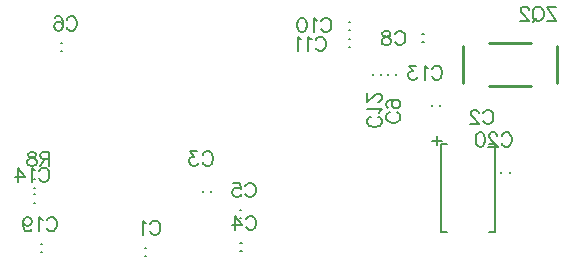
<source format=gbo>
G04*
G04 #@! TF.GenerationSoftware,Altium Limited,Altium Designer,21.0.8 (223)*
G04*
G04 Layer_Color=16777215*
%FSLAX44Y44*%
%MOMM*%
G71*
G04*
G04 #@! TF.SameCoordinates,2EEA6137-B325-4497-8457-BD4E04CF0BC7*
G04*
G04*
G04 #@! TF.FilePolarity,Positive*
G04*
G01*
G75*
%ADD44C,0.2540*%
%ADD65C,0.1500*%
%ADD66C,0.2000*%
D44*
X468500Y339000D02*
X468500Y307500D01*
X388750Y307500D02*
X388750Y339000D01*
X410953Y341500D02*
X446500Y341500D01*
X410953Y305000D02*
X446500Y305000D01*
D65*
X25500Y213500D02*
X26500D01*
X25500Y206500D02*
X26500D01*
X25500Y219250D02*
X26500D01*
X25500Y226750D02*
X26500D01*
X200500Y165500D02*
X201500Y165500D01*
X200500Y172500D02*
X201500Y172500D01*
X200047Y193500D02*
X201047Y193500D01*
X200047Y200500D02*
X201047Y200500D01*
X370000Y182000D02*
Y256000D01*
Y182000D02*
X375000D01*
X416000D02*
Y256000D01*
X411000Y182000D02*
X416000D01*
X370000Y256000D02*
X375000D01*
X411000D02*
X416000D01*
X363000Y259000D02*
X371000D01*
X367000Y255000D02*
Y263000D01*
X292500Y338500D02*
X293500D01*
X292500Y345500D02*
X293500D01*
X292500Y352500D02*
X293500D01*
X292500Y359500D02*
X293500D01*
X332500Y314750D02*
Y315750D01*
X325500Y314750D02*
Y315750D01*
X312500Y314250D02*
Y315250D01*
X319500Y314250D02*
Y315250D01*
X354500Y349500D02*
X355500D01*
X354500Y342500D02*
X355500D01*
X31500Y164500D02*
X32500D01*
X31500Y171500D02*
X32500D01*
X48500Y341500D02*
X49500D01*
X48500Y334500D02*
X49500D01*
X168500Y215500D02*
X168500Y216500D01*
X175500Y215500D02*
Y216500D01*
X428500Y231500D02*
Y232500D01*
X421500Y231500D02*
Y232500D01*
X119500Y168500D02*
X120500Y168500D01*
X119500Y161500D02*
X120500Y161500D01*
X362500Y288250D02*
Y289250D01*
X369500Y288250D02*
Y289250D01*
D66*
X459770Y372363D02*
X467768Y360366D01*
Y372363D02*
X459770D01*
X467768Y360366D02*
X459770D01*
X453657Y372363D02*
X454799Y371792D01*
X455942Y370649D01*
X456513Y369507D01*
X457085Y367793D01*
Y364936D01*
X456513Y363223D01*
X455942Y362080D01*
X454799Y360937D01*
X453657Y360366D01*
X451371D01*
X450229Y360937D01*
X449086Y362080D01*
X448515Y363223D01*
X447944Y364936D01*
Y367793D01*
X448515Y369507D01*
X449086Y370649D01*
X450229Y371792D01*
X451371Y372363D01*
X453657D01*
X451943Y362651D02*
X448515Y359223D01*
X444573Y369507D02*
Y370078D01*
X444002Y371221D01*
X443430Y371792D01*
X442288Y372363D01*
X440003D01*
X438860Y371792D01*
X438289Y371221D01*
X437717Y370078D01*
Y368936D01*
X438289Y367793D01*
X439431Y366079D01*
X445144Y360366D01*
X437146D01*
X36288Y191453D02*
X36860Y192596D01*
X38002Y193738D01*
X39145Y194309D01*
X41430D01*
X42573Y193738D01*
X43715Y192596D01*
X44287Y191453D01*
X44858Y189739D01*
Y186882D01*
X44287Y185168D01*
X43715Y184026D01*
X42573Y182883D01*
X41430Y182312D01*
X39145D01*
X38002Y182883D01*
X36860Y184026D01*
X36288Y185168D01*
X32918Y192024D02*
X31775Y192596D01*
X30061Y194309D01*
Y182312D01*
X16693Y190310D02*
X17264Y188596D01*
X18406Y187454D01*
X20120Y186882D01*
X20692D01*
X22406Y187454D01*
X23548Y188596D01*
X24120Y190310D01*
Y190882D01*
X23548Y192596D01*
X22406Y193738D01*
X20692Y194309D01*
X20120D01*
X18406Y193738D01*
X17264Y192596D01*
X16693Y190310D01*
Y187454D01*
X17264Y184597D01*
X18406Y182883D01*
X20120Y182312D01*
X21263D01*
X22977Y182883D01*
X23548Y184026D01*
X421606Y263081D02*
X422178Y264223D01*
X423320Y265366D01*
X424463Y265937D01*
X426748D01*
X427891Y265366D01*
X429033Y264223D01*
X429605Y263081D01*
X430176Y261367D01*
Y258510D01*
X429605Y256796D01*
X429033Y255654D01*
X427891Y254511D01*
X426748Y253940D01*
X424463D01*
X423320Y254511D01*
X422178Y255654D01*
X421606Y256796D01*
X417664Y263081D02*
Y263652D01*
X417093Y264795D01*
X416522Y265366D01*
X415379Y265937D01*
X413094D01*
X411951Y265366D01*
X411380Y264795D01*
X410809Y263652D01*
Y262510D01*
X411380Y261367D01*
X412523Y259653D01*
X418236Y253940D01*
X410237D01*
X404124Y265937D02*
X405838Y265366D01*
X406981Y263652D01*
X407552Y260796D01*
Y259082D01*
X406981Y256225D01*
X405838Y254511D01*
X404124Y253940D01*
X402982D01*
X401268Y254511D01*
X400125Y256225D01*
X399554Y259082D01*
Y260796D01*
X400125Y263652D01*
X401268Y265366D01*
X402982Y265937D01*
X404124D01*
X38762Y249427D02*
Y237430D01*
Y249427D02*
X33620D01*
X31906Y248856D01*
X31335Y248285D01*
X30764Y247142D01*
Y246000D01*
X31335Y244857D01*
X31906Y244286D01*
X33620Y243714D01*
X38762D01*
X34763D02*
X30764Y237430D01*
X25222Y249427D02*
X26936Y248856D01*
X27507Y247714D01*
Y246571D01*
X26936Y245428D01*
X25793Y244857D01*
X23508Y244286D01*
X21794Y243714D01*
X20652Y242572D01*
X20080Y241429D01*
Y239715D01*
X20652Y238573D01*
X21223Y238001D01*
X22937Y237430D01*
X25222D01*
X26936Y238001D01*
X27507Y238573D01*
X28079Y239715D01*
Y241429D01*
X27507Y242572D01*
X26365Y243714D01*
X24651Y244286D01*
X22366Y244857D01*
X21223Y245428D01*
X20652Y246571D01*
Y247714D01*
X21223Y248856D01*
X22937Y249427D01*
X25222D01*
X30192Y233363D02*
X30764Y234506D01*
X31906Y235648D01*
X33049Y236219D01*
X35334D01*
X36477Y235648D01*
X37619Y234506D01*
X38191Y233363D01*
X38762Y231649D01*
Y228792D01*
X38191Y227078D01*
X37619Y225936D01*
X36477Y224793D01*
X35334Y224222D01*
X33049D01*
X31906Y224793D01*
X30764Y225936D01*
X30192Y227078D01*
X26822Y233934D02*
X25679Y234506D01*
X23965Y236219D01*
Y224222D01*
X12311Y236219D02*
X18024Y228221D01*
X9454D01*
X12311Y236219D02*
Y224222D01*
X317142Y279201D02*
X318285Y278630D01*
X319427Y277487D01*
X319999Y276345D01*
Y274059D01*
X319427Y272917D01*
X318285Y271774D01*
X317142Y271203D01*
X315428Y270632D01*
X312572D01*
X310858Y271203D01*
X309715Y271774D01*
X308573Y272917D01*
X308001Y274059D01*
Y276345D01*
X308573Y277487D01*
X309715Y278630D01*
X310858Y279201D01*
X317714Y282572D02*
X318285Y283715D01*
X319999Y285429D01*
X308001D01*
X317142Y291941D02*
X317714D01*
X318856Y292513D01*
X319427Y293084D01*
X319999Y294227D01*
Y296512D01*
X319427Y297654D01*
X318856Y298226D01*
X317714Y298797D01*
X316571D01*
X315428Y298226D01*
X313714Y297083D01*
X308001Y291370D01*
Y299368D01*
X362678Y319723D02*
X363250Y320866D01*
X364392Y322008D01*
X365535Y322579D01*
X367820D01*
X368963Y322008D01*
X370105Y320866D01*
X370677Y319723D01*
X371248Y318009D01*
Y315152D01*
X370677Y313438D01*
X370105Y312296D01*
X368963Y311153D01*
X367820Y310582D01*
X365535D01*
X364392Y311153D01*
X363250Y312296D01*
X362678Y313438D01*
X359308Y320294D02*
X358165Y320866D01*
X356451Y322579D01*
Y310582D01*
X349367Y322579D02*
X343083D01*
X346510Y318009D01*
X344796D01*
X343654Y317438D01*
X343083Y316866D01*
X342511Y315152D01*
Y314010D01*
X343083Y312296D01*
X344225Y311153D01*
X345939Y310582D01*
X347653D01*
X349367Y311153D01*
X349938Y311725D01*
X350510Y312867D01*
X264228Y344142D02*
X264799Y345285D01*
X265942Y346427D01*
X267084Y346999D01*
X269370D01*
X270512Y346427D01*
X271655Y345285D01*
X272226Y344142D01*
X272798Y342428D01*
Y339572D01*
X272226Y337858D01*
X271655Y336715D01*
X270512Y335573D01*
X269370Y335001D01*
X267084D01*
X265942Y335573D01*
X264799Y336715D01*
X264228Y337858D01*
X260857Y344714D02*
X259715Y345285D01*
X258001Y346999D01*
Y335001D01*
X252059Y344714D02*
X250916Y345285D01*
X249202Y346999D01*
Y335001D01*
X268799Y360142D02*
X269370Y361285D01*
X270513Y362427D01*
X271655Y362999D01*
X273941D01*
X275083Y362427D01*
X276226Y361285D01*
X276797Y360142D01*
X277368Y358428D01*
Y355572D01*
X276797Y353858D01*
X276226Y352715D01*
X275083Y351573D01*
X273941Y351001D01*
X271655D01*
X270513Y351573D01*
X269370Y352715D01*
X268799Y353858D01*
X265428Y360714D02*
X264285Y361285D01*
X262572Y362999D01*
Y351001D01*
X253202Y362999D02*
X254916Y362427D01*
X256059Y360714D01*
X256630Y357857D01*
Y356143D01*
X256059Y353287D01*
X254916Y351573D01*
X253202Y351001D01*
X252059D01*
X250345Y351573D01*
X249203Y353287D01*
X248632Y356143D01*
Y357857D01*
X249203Y360714D01*
X250345Y362427D01*
X252059Y362999D01*
X253202D01*
X333142Y282886D02*
X334285Y282315D01*
X335427Y281172D01*
X335999Y280029D01*
Y277744D01*
X335427Y276602D01*
X334285Y275459D01*
X333142Y274888D01*
X331428Y274316D01*
X328572D01*
X326858Y274888D01*
X325715Y275459D01*
X324573Y276602D01*
X324001Y277744D01*
Y280029D01*
X324573Y281172D01*
X325715Y282315D01*
X326858Y282886D01*
X332000Y293684D02*
X330286Y293112D01*
X329143Y291970D01*
X328572Y290256D01*
Y289685D01*
X329143Y287971D01*
X330286Y286828D01*
X332000Y286257D01*
X332571D01*
X334285Y286828D01*
X335427Y287971D01*
X335999Y289685D01*
Y290256D01*
X335427Y291970D01*
X334285Y293112D01*
X332000Y293684D01*
X329143D01*
X326287Y293112D01*
X324573Y291970D01*
X324001Y290256D01*
Y289113D01*
X324573Y287399D01*
X325715Y286828D01*
X331400Y349142D02*
X331971Y350285D01*
X333114Y351427D01*
X334256Y351999D01*
X336541D01*
X337684Y351427D01*
X338827Y350285D01*
X339398Y349142D01*
X339969Y347428D01*
Y344572D01*
X339398Y342858D01*
X338827Y341715D01*
X337684Y340573D01*
X336541Y340001D01*
X334256D01*
X333114Y340573D01*
X331971Y341715D01*
X331400Y342858D01*
X325173Y351999D02*
X326886Y351427D01*
X327458Y350285D01*
Y349142D01*
X326886Y348000D01*
X325744Y347428D01*
X323459Y346857D01*
X321745Y346286D01*
X320602Y345143D01*
X320031Y344000D01*
Y342286D01*
X320602Y341144D01*
X321173Y340573D01*
X322887Y340001D01*
X325173D01*
X326886Y340573D01*
X327458Y341144D01*
X328029Y342286D01*
Y344000D01*
X327458Y345143D01*
X326315Y346286D01*
X324601Y346857D01*
X322316Y347428D01*
X321173Y348000D01*
X320602Y349142D01*
Y350285D01*
X321173Y351427D01*
X322887Y351999D01*
X325173D01*
X53306Y361379D02*
X53878Y362522D01*
X55020Y363664D01*
X56163Y364235D01*
X58448D01*
X59591Y363664D01*
X60733Y362522D01*
X61305Y361379D01*
X61876Y359665D01*
Y356809D01*
X61305Y355094D01*
X60733Y353952D01*
X59591Y352809D01*
X58448Y352238D01*
X56163D01*
X55020Y352809D01*
X53878Y353952D01*
X53306Y355094D01*
X43080Y362522D02*
X43651Y363664D01*
X45365Y364235D01*
X46508D01*
X48222Y363664D01*
X49364Y361950D01*
X49936Y359094D01*
Y356237D01*
X49364Y353952D01*
X48222Y352809D01*
X46508Y352238D01*
X45936D01*
X44223Y352809D01*
X43080Y353952D01*
X42509Y355666D01*
Y356237D01*
X43080Y357951D01*
X44223Y359094D01*
X45936Y359665D01*
X46508D01*
X48222Y359094D01*
X49364Y357951D01*
X49936Y356237D01*
X204690Y220409D02*
X205262Y221551D01*
X206404Y222694D01*
X207547Y223265D01*
X209832D01*
X210975Y222694D01*
X212117Y221551D01*
X212689Y220409D01*
X213260Y218695D01*
Y215839D01*
X212689Y214125D01*
X212117Y212982D01*
X210975Y211839D01*
X209832Y211268D01*
X207547D01*
X206404Y211839D01*
X205262Y212982D01*
X204690Y214125D01*
X194464Y223265D02*
X200177D01*
X200748Y218124D01*
X200177Y218695D01*
X198463Y219266D01*
X196749D01*
X195035Y218695D01*
X193893Y217552D01*
X193321Y215839D01*
Y214696D01*
X193893Y212982D01*
X195035Y211839D01*
X196749Y211268D01*
X198463D01*
X200177Y211839D01*
X200748Y212411D01*
X201320Y213553D01*
X205198Y192469D02*
X205770Y193612D01*
X206912Y194754D01*
X208055Y195325D01*
X210340D01*
X211483Y194754D01*
X212625Y193612D01*
X213197Y192469D01*
X213768Y190755D01*
Y187899D01*
X213197Y186185D01*
X212625Y185042D01*
X211483Y183899D01*
X210340Y183328D01*
X208055D01*
X206912Y183899D01*
X205770Y185042D01*
X205198Y186185D01*
X196115Y195325D02*
X201828Y187327D01*
X193258D01*
X196115Y195325D02*
Y183328D01*
X168622Y247079D02*
X169194Y248221D01*
X170336Y249364D01*
X171479Y249935D01*
X173764D01*
X174907Y249364D01*
X176049Y248221D01*
X176621Y247079D01*
X177192Y245365D01*
Y242509D01*
X176621Y240795D01*
X176049Y239652D01*
X174907Y238509D01*
X173764Y237938D01*
X171479D01*
X170336Y238509D01*
X169194Y239652D01*
X168622Y240795D01*
X164109Y249935D02*
X157825D01*
X161252Y245365D01*
X159539D01*
X158396Y244794D01*
X157825Y244222D01*
X157253Y242509D01*
Y241366D01*
X157825Y239652D01*
X158967Y238509D01*
X160681Y237938D01*
X162395D01*
X164109Y238509D01*
X164680Y239081D01*
X165252Y240223D01*
X406112Y282131D02*
X406684Y283274D01*
X407826Y284416D01*
X408969Y284987D01*
X411254D01*
X412397Y284416D01*
X413539Y283274D01*
X414111Y282131D01*
X414682Y280417D01*
Y277561D01*
X414111Y275847D01*
X413539Y274704D01*
X412397Y273561D01*
X411254Y272990D01*
X408969D01*
X407826Y273561D01*
X406684Y274704D01*
X406112Y275847D01*
X402170Y282131D02*
Y282702D01*
X401599Y283845D01*
X401028Y284416D01*
X399885Y284987D01*
X397600D01*
X396457Y284416D01*
X395886Y283845D01*
X395315Y282702D01*
Y281560D01*
X395886Y280417D01*
X397029Y278703D01*
X402742Y272990D01*
X394743D01*
X124172Y188405D02*
X124744Y189548D01*
X125886Y190690D01*
X127029Y191261D01*
X129314D01*
X130457Y190690D01*
X131599Y189548D01*
X132171Y188405D01*
X132742Y186691D01*
Y183834D01*
X132171Y182120D01*
X131599Y180978D01*
X130457Y179835D01*
X129314Y179264D01*
X127029D01*
X125886Y179835D01*
X124744Y180978D01*
X124172Y182120D01*
X120802Y188976D02*
X119659Y189548D01*
X117945Y191261D01*
Y179264D01*
M02*

</source>
